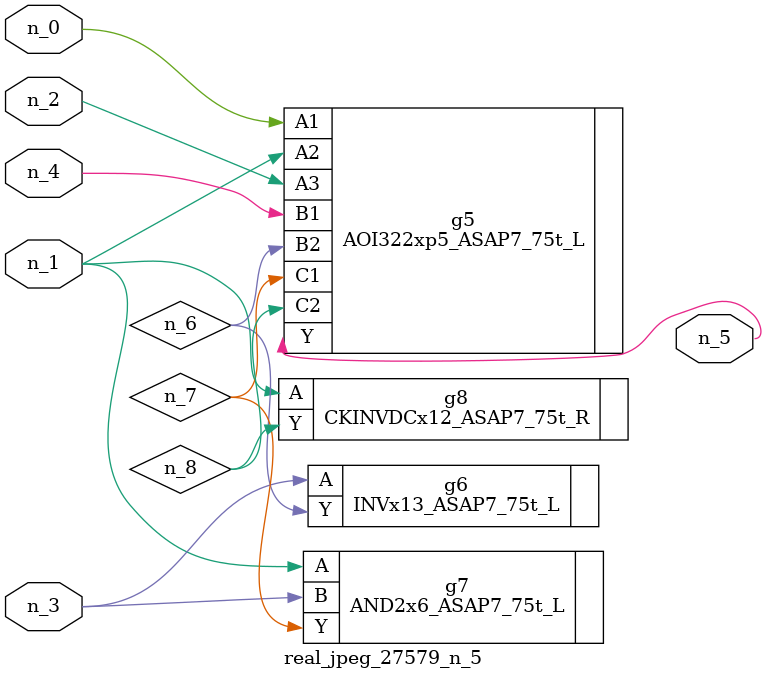
<source format=v>
module real_jpeg_27579_n_5 (n_4, n_0, n_1, n_2, n_3, n_5);

input n_4;
input n_0;
input n_1;
input n_2;
input n_3;

output n_5;

wire n_8;
wire n_6;
wire n_7;

AOI322xp5_ASAP7_75t_L g5 ( 
.A1(n_0),
.A2(n_1),
.A3(n_2),
.B1(n_4),
.B2(n_6),
.C1(n_7),
.C2(n_8),
.Y(n_5)
);

AND2x6_ASAP7_75t_L g7 ( 
.A(n_1),
.B(n_3),
.Y(n_7)
);

CKINVDCx12_ASAP7_75t_R g8 ( 
.A(n_1),
.Y(n_8)
);

INVx13_ASAP7_75t_L g6 ( 
.A(n_3),
.Y(n_6)
);


endmodule
</source>
